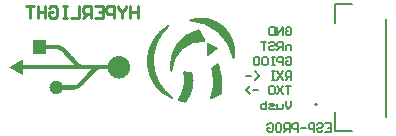
<source format=gbo>
G04*
G04 #@! TF.GenerationSoftware,Altium Limited,Altium Designer,21.6.1 (37)*
G04*
G04 Layer_Color=32896*
%FSLAX44Y44*%
%MOMM*%
G71*
G04*
G04 #@! TF.SameCoordinates,433EC3A0-72F9-41F9-BABD-52A87CDF1033*
G04*
G04*
G04 #@! TF.FilePolarity,Positive*
G04*
G01*
G75*
%ADD10C,0.2000*%
%ADD12C,0.1270*%
%ADD13C,0.2500*%
%ADD14C,0.1700*%
G36*
X837279Y473220D02*
X837279Y473220D01*
X837279Y473220D01*
X837279D01*
D02*
G37*
G36*
X845263Y463504D02*
X846164Y461160D01*
X847332Y458938D01*
X848753Y456868D01*
X849551Y455898D01*
X849551D01*
X849551D01*
D01*
X847785Y455942D01*
X844265Y455677D01*
X840810Y454950D01*
X837482Y453772D01*
X834339Y452165D01*
X831436Y450156D01*
X828823Y447781D01*
X826548Y445081D01*
X824650Y442105D01*
X823161Y438903D01*
X822110Y435533D01*
X821512Y432054D01*
X821388Y430292D01*
X821388Y430292D01*
X821388D01*
Y430292D01*
X821046Y432190D01*
X820859Y436042D01*
X821171Y439886D01*
X821978Y443657D01*
X823265Y447293D01*
X825012Y450731D01*
X827188Y453915D01*
X829758Y456790D01*
X832678Y459310D01*
X835899Y461430D01*
X839367Y463117D01*
X843025Y464341D01*
X844917Y464711D01*
X844917Y464711D01*
X845263Y463504D01*
D02*
G37*
G36*
X852199Y453348D02*
X853060Y452686D01*
X854876Y451496D01*
X856804Y450497D01*
X858823Y449697D01*
X859860Y449375D01*
X852199Y443787D01*
Y453348D01*
X852199Y453348D01*
X852199D01*
Y453348D01*
D02*
G37*
G36*
X849396Y474623D02*
X854222Y473663D01*
X858810Y471885D01*
X863024Y469344D01*
X866735Y466113D01*
X869835Y462292D01*
X872229Y457993D01*
X873847Y453346D01*
X874639Y448490D01*
X874583Y443569D01*
X874130Y441151D01*
X873651Y443289D01*
X872341Y447471D01*
X870580Y451483D01*
X868388Y455276D01*
X865792Y458806D01*
X862823Y462028D01*
X859518Y464904D01*
X855916Y467399D01*
X852062Y469483D01*
X848002Y471130D01*
X843785Y472321D01*
X839463Y473040D01*
X837279Y473220D01*
X839612Y474002D01*
X844477Y474737D01*
X849396Y474623D01*
D02*
G37*
G36*
X715478Y452187D02*
X726159D01*
Y451960D01*
X727068D01*
Y451732D01*
X727523D01*
Y451505D01*
X728205D01*
Y451278D01*
X728659D01*
Y451050D01*
X729114D01*
Y450823D01*
X729568D01*
Y450596D01*
X729796D01*
Y450369D01*
X730250D01*
Y450141D01*
X730477D01*
Y449914D01*
X730704D01*
Y449687D01*
X730932D01*
Y449460D01*
X731159D01*
Y449232D01*
X731614D01*
Y448778D01*
X731841D01*
Y448551D01*
X732068D01*
Y448323D01*
X732295D01*
Y448096D01*
X732523D01*
Y447869D01*
X732750D01*
Y447642D01*
X732977D01*
Y447414D01*
X733204D01*
Y447187D01*
X733432D01*
Y446960D01*
X733659D01*
Y446732D01*
X733886D01*
Y446505D01*
X734113D01*
Y446278D01*
X734341D01*
Y446051D01*
X734568D01*
Y445824D01*
X734795D01*
Y445596D01*
X735023D01*
Y445369D01*
X735250D01*
Y445142D01*
X735477D01*
Y444914D01*
X735704D01*
Y444460D01*
X735932D01*
Y444233D01*
X736159D01*
Y444005D01*
X736386D01*
Y443778D01*
X736613D01*
Y443551D01*
X736841D01*
Y443324D01*
X737068D01*
Y443096D01*
X737295D01*
Y442869D01*
X737522D01*
Y442642D01*
X737750D01*
Y442415D01*
X737977D01*
Y442187D01*
X738204D01*
Y441960D01*
X738431D01*
Y441733D01*
X738659D01*
Y441506D01*
X738886D01*
Y441278D01*
X739113D01*
Y441051D01*
X739341D01*
Y440824D01*
X739568D01*
Y440596D01*
X739795D01*
Y440142D01*
X740022D01*
Y439915D01*
X740250D01*
Y439687D01*
X740477D01*
Y439460D01*
X740704D01*
Y439233D01*
X740931D01*
Y439006D01*
X741159D01*
Y438778D01*
X741386D01*
Y438551D01*
X741613D01*
Y438324D01*
X741840D01*
Y438097D01*
X742068D01*
Y437869D01*
X742295D01*
Y437642D01*
X742522D01*
Y437415D01*
X742749D01*
Y437188D01*
X742977D01*
Y436960D01*
X743204D01*
Y436733D01*
X743431D01*
Y436506D01*
X743659D01*
Y436278D01*
X743886D01*
Y436051D01*
X744340D01*
Y435824D01*
X744795D01*
Y435597D01*
X745477D01*
Y435369D01*
X746386D01*
Y435142D01*
X767748D01*
Y435824D01*
X767976D01*
Y436506D01*
X768203D01*
Y437188D01*
X768430D01*
Y437642D01*
X768658D01*
Y438097D01*
X768885D01*
Y438324D01*
X769112D01*
Y438778D01*
X769339D01*
Y439006D01*
X769566D01*
Y439233D01*
X769794D01*
Y439687D01*
X770021D01*
Y439915D01*
X770248D01*
Y440142D01*
X770476D01*
Y440369D01*
X770703D01*
Y440596D01*
X771157D01*
Y440824D01*
X771385D01*
Y441051D01*
X771612D01*
Y441278D01*
X772066D01*
Y441506D01*
X772294D01*
Y441733D01*
X772748D01*
Y441960D01*
X773430D01*
Y442187D01*
X773885D01*
Y442415D01*
X774566D01*
Y442642D01*
X775930D01*
Y442869D01*
X778203D01*
Y442642D01*
X779339D01*
Y442415D01*
X780021D01*
Y442187D01*
X780702D01*
Y441960D01*
X781157D01*
Y441733D01*
X781611D01*
Y441506D01*
X782066D01*
Y441278D01*
X782293D01*
Y441051D01*
X782748D01*
Y440824D01*
X782975D01*
Y440596D01*
X783202D01*
Y440369D01*
X783430D01*
Y440142D01*
X783657D01*
Y439915D01*
X783884D01*
Y439687D01*
X784111D01*
Y439460D01*
X784339D01*
Y439233D01*
X784566D01*
Y439006D01*
X784793D01*
Y438551D01*
X785020D01*
Y438324D01*
X785248D01*
Y437869D01*
X785475D01*
Y437415D01*
X785702D01*
Y436960D01*
X785929D01*
Y436278D01*
X786157D01*
Y435369D01*
X786384D01*
Y433778D01*
X786611D01*
Y432869D01*
X786384D01*
Y431279D01*
X786157D01*
Y430370D01*
X785929D01*
Y429688D01*
X785702D01*
Y429233D01*
X785475D01*
Y428779D01*
X785248D01*
Y428324D01*
X785020D01*
Y428097D01*
X784793D01*
Y427642D01*
X784566D01*
Y427415D01*
X784339D01*
Y427188D01*
X784111D01*
Y426961D01*
X783884D01*
Y426733D01*
X783657D01*
Y426506D01*
X783430D01*
Y426279D01*
X783202D01*
Y426052D01*
X782975D01*
Y425824D01*
X782748D01*
Y425597D01*
X782293D01*
Y425370D01*
X782066D01*
Y425143D01*
X781611D01*
Y424915D01*
X781157D01*
Y424688D01*
X780702D01*
Y424461D01*
X780021D01*
Y424234D01*
X779339D01*
Y424006D01*
X777975D01*
Y423779D01*
X775930D01*
Y424006D01*
X774794D01*
Y424234D01*
X773885D01*
Y424461D01*
X773430D01*
Y424688D01*
X772748D01*
Y424915D01*
X772521D01*
Y425143D01*
X772066D01*
Y425370D01*
X771612D01*
Y425597D01*
X771385D01*
Y425824D01*
X771157D01*
Y426052D01*
X770703D01*
Y426279D01*
X770476D01*
Y426506D01*
X770248D01*
Y426733D01*
X770021D01*
Y426961D01*
X769794D01*
Y427415D01*
X769566D01*
Y427642D01*
X769339D01*
Y427870D01*
X769112D01*
Y428324D01*
X768885D01*
Y428551D01*
X768658D01*
Y429006D01*
X768430D01*
Y429460D01*
X768203D01*
Y430142D01*
X767976D01*
Y430824D01*
X767748D01*
Y431506D01*
X760476D01*
Y431279D01*
X759567D01*
Y431051D01*
X758885D01*
Y430824D01*
X758431D01*
Y430597D01*
X758203D01*
Y430370D01*
X757749D01*
Y430142D01*
X757522D01*
Y429915D01*
X757294D01*
Y429688D01*
X757067D01*
Y429460D01*
X756840D01*
Y429233D01*
X756612D01*
Y429006D01*
X756385D01*
Y428779D01*
X756158D01*
Y428551D01*
X755931D01*
Y428097D01*
X755704D01*
Y427870D01*
X755476D01*
Y427642D01*
X755249D01*
Y427415D01*
X755022D01*
Y427188D01*
X754794D01*
Y426961D01*
X754567D01*
Y426733D01*
X754340D01*
Y426506D01*
X754113D01*
Y426279D01*
X753885D01*
Y426052D01*
X753658D01*
Y425824D01*
X753431D01*
Y425597D01*
X753204D01*
Y425370D01*
X752976D01*
Y425143D01*
X752749D01*
Y424915D01*
X752522D01*
Y424688D01*
X752294D01*
Y424461D01*
X752067D01*
Y424234D01*
X751840D01*
Y423779D01*
X751613D01*
Y423552D01*
X751385D01*
Y423324D01*
X751158D01*
Y423097D01*
X750931D01*
Y422870D01*
X750704D01*
Y422643D01*
X750476D01*
Y422415D01*
X750249D01*
Y422188D01*
X750022D01*
Y421961D01*
X749795D01*
Y421734D01*
X749567D01*
Y421506D01*
X749340D01*
Y421279D01*
X749113D01*
Y421052D01*
X748886D01*
Y420825D01*
X748658D01*
Y420597D01*
X748431D01*
Y420370D01*
X748204D01*
Y420143D01*
X747977D01*
Y419916D01*
X747749D01*
Y419461D01*
X747522D01*
Y419234D01*
X747295D01*
Y419006D01*
X747067D01*
Y418779D01*
X746840D01*
Y418552D01*
X746613D01*
Y418325D01*
X746386D01*
Y418097D01*
X746158D01*
Y417870D01*
X745931D01*
Y417643D01*
X745704D01*
Y417416D01*
X745477D01*
Y417188D01*
X745249D01*
Y416961D01*
X745022D01*
Y416734D01*
X744568D01*
Y416507D01*
X744340D01*
Y416279D01*
X744113D01*
Y416052D01*
X743659D01*
Y415825D01*
X743204D01*
Y415597D01*
X742749D01*
Y415370D01*
X742295D01*
Y415143D01*
X741840D01*
Y414916D01*
X741159D01*
Y414688D01*
X740250D01*
Y414461D01*
X729341D01*
Y414234D01*
X729114D01*
Y413779D01*
X728886D01*
Y413325D01*
X728659D01*
Y412870D01*
X728432D01*
Y412643D01*
X728205D01*
Y412416D01*
X727977D01*
Y412188D01*
X727750D01*
Y411961D01*
X727523D01*
Y411734D01*
X727296D01*
Y411507D01*
X726841D01*
Y411279D01*
X726386D01*
Y411052D01*
X725932D01*
Y410825D01*
X725023D01*
Y410598D01*
X722750D01*
Y410825D01*
X722068D01*
Y411052D01*
X721387D01*
Y411279D01*
X720932D01*
Y411507D01*
X720705D01*
Y411734D01*
X720478D01*
Y411961D01*
X720023D01*
Y412188D01*
X719796D01*
Y412643D01*
X719569D01*
Y412870D01*
X719341D01*
Y413098D01*
X719114D01*
Y413552D01*
X718887D01*
Y414007D01*
X718660D01*
Y414461D01*
X718432D01*
Y415597D01*
X718205D01*
Y416961D01*
X718432D01*
Y418097D01*
X718660D01*
Y418552D01*
X718887D01*
Y419006D01*
X719114D01*
Y419461D01*
X719341D01*
Y419688D01*
X719569D01*
Y419916D01*
X719796D01*
Y420370D01*
X720250D01*
Y420597D01*
X720478D01*
Y420825D01*
X720705D01*
Y421052D01*
X721160D01*
Y421279D01*
X721387D01*
Y421506D01*
X722068D01*
Y421734D01*
X722750D01*
Y421961D01*
X725023D01*
Y421734D01*
X725932D01*
Y421506D01*
X726386D01*
Y421279D01*
X726841D01*
Y421052D01*
X727296D01*
Y420825D01*
X727523D01*
Y420597D01*
X727750D01*
Y420370D01*
X727977D01*
Y420143D01*
X728205D01*
Y419916D01*
X728432D01*
Y419688D01*
X728659D01*
Y419234D01*
X728886D01*
Y418779D01*
X729114D01*
Y418325D01*
X729341D01*
Y418097D01*
X739341D01*
Y418325D01*
X740477D01*
Y418552D01*
X740931D01*
Y418779D01*
X741386D01*
Y419006D01*
X741840D01*
Y419234D01*
X742068D01*
Y419461D01*
X742295D01*
Y419688D01*
X742522D01*
Y419916D01*
X742749D01*
Y420143D01*
X742977D01*
Y420370D01*
X743204D01*
Y420597D01*
X743431D01*
Y420825D01*
X743659D01*
Y421052D01*
X743886D01*
Y421279D01*
X744113D01*
Y421506D01*
X744340D01*
Y421734D01*
X744568D01*
Y421961D01*
X744795D01*
Y422188D01*
X745022D01*
Y422415D01*
X745249D01*
Y422643D01*
X745477D01*
Y422870D01*
X745704D01*
Y423097D01*
X745931D01*
Y423324D01*
X746158D01*
Y423552D01*
X746386D01*
Y424006D01*
X746613D01*
Y424234D01*
X746840D01*
Y424461D01*
X747067D01*
Y424688D01*
X747295D01*
Y424915D01*
X747522D01*
Y425143D01*
X747749D01*
Y425370D01*
X747977D01*
Y425597D01*
X748204D01*
Y425824D01*
X748431D01*
Y426052D01*
X748658D01*
Y426279D01*
X748886D01*
Y426506D01*
X749113D01*
Y426733D01*
X749340D01*
Y426961D01*
X749567D01*
Y427188D01*
X749795D01*
Y427415D01*
X750022D01*
Y427642D01*
X750249D01*
Y428097D01*
X750476D01*
Y428324D01*
X750704D01*
Y428551D01*
X750931D01*
Y428779D01*
X751158D01*
Y429006D01*
X751385D01*
Y429233D01*
X751613D01*
Y429460D01*
X751840D01*
Y429688D01*
X752067D01*
Y429915D01*
X752294D01*
Y430142D01*
X752522D01*
Y430370D01*
X752749D01*
Y430597D01*
X752976D01*
Y430824D01*
X753204D01*
Y431051D01*
X753431D01*
Y431506D01*
X695479D01*
Y426961D01*
X695024D01*
Y427188D01*
X694570D01*
Y427415D01*
X694115D01*
Y427642D01*
X693888D01*
Y427870D01*
X693433D01*
Y428097D01*
X692979D01*
Y428324D01*
X692524D01*
Y428551D01*
X692297D01*
Y428779D01*
X691842D01*
Y429006D01*
X691388D01*
Y429233D01*
X690934D01*
Y429460D01*
X690706D01*
Y429688D01*
X690252D01*
Y429915D01*
X689797D01*
Y430142D01*
X689570D01*
Y430370D01*
X689115D01*
Y430597D01*
X688661D01*
Y430824D01*
X688206D01*
Y431051D01*
X687979D01*
Y431279D01*
X687524D01*
Y431506D01*
X687070D01*
Y431733D01*
X686616D01*
Y431960D01*
X686388D01*
Y432188D01*
X685934D01*
Y432415D01*
X685479D01*
Y432642D01*
X685025D01*
Y432869D01*
X684797D01*
Y433097D01*
X684343D01*
Y433551D01*
X684797D01*
Y433778D01*
X685025D01*
Y434006D01*
X685479D01*
Y434233D01*
X685934D01*
Y434460D01*
X686388D01*
Y434688D01*
X686616D01*
Y434915D01*
X687070D01*
Y435142D01*
X687524D01*
Y435369D01*
X687979D01*
Y435597D01*
X688206D01*
Y435824D01*
X688661D01*
Y436051D01*
X689115D01*
Y436278D01*
X689343D01*
Y436506D01*
X689797D01*
Y436733D01*
X690252D01*
Y436960D01*
X690706D01*
Y437188D01*
X690934D01*
Y437415D01*
X691388D01*
Y437642D01*
X691842D01*
Y437869D01*
X692070D01*
Y438097D01*
X692524D01*
Y438324D01*
X692979D01*
Y438551D01*
X693433D01*
Y438778D01*
X693888D01*
Y439006D01*
X694115D01*
Y439233D01*
X694570D01*
Y439460D01*
X695024D01*
Y439687D01*
X695251D01*
Y439915D01*
X695479D01*
Y435142D01*
X739341D01*
Y435369D01*
X739113D01*
Y435597D01*
X738886D01*
Y435824D01*
X738659D01*
Y436051D01*
X738431D01*
Y436278D01*
X738204D01*
Y436733D01*
X737977D01*
Y436960D01*
X737750D01*
Y437188D01*
X737522D01*
Y437415D01*
X737295D01*
Y437642D01*
X737068D01*
Y437869D01*
X736841D01*
Y438097D01*
X736613D01*
Y438324D01*
X736386D01*
Y438551D01*
X736159D01*
Y438778D01*
X735932D01*
Y439006D01*
X735704D01*
Y439233D01*
X735477D01*
Y439460D01*
X735250D01*
Y439687D01*
X735023D01*
Y439915D01*
X734795D01*
Y440142D01*
X734568D01*
Y440369D01*
X734341D01*
Y440824D01*
X734113D01*
Y441051D01*
X733886D01*
Y441278D01*
X733659D01*
Y441506D01*
X733432D01*
Y441733D01*
X733204D01*
Y441960D01*
X732977D01*
Y442187D01*
X732750D01*
Y442415D01*
X732523D01*
Y442642D01*
X732295D01*
Y442869D01*
X732068D01*
Y443096D01*
X731841D01*
Y443324D01*
X731614D01*
Y443551D01*
X731386D01*
Y443778D01*
X731159D01*
Y444005D01*
X730932D01*
Y444233D01*
X730704D01*
Y444460D01*
X730477D01*
Y444687D01*
X730250D01*
Y445142D01*
X730023D01*
Y445369D01*
X729796D01*
Y445596D01*
X729568D01*
Y445824D01*
X729341D01*
Y446051D01*
X729114D01*
Y446278D01*
X728886D01*
Y446505D01*
X728659D01*
Y446732D01*
X728432D01*
Y446960D01*
X728205D01*
Y447187D01*
X727977D01*
Y447414D01*
X727523D01*
Y447642D01*
X727296D01*
Y447869D01*
X726841D01*
Y448096D01*
X726159D01*
Y448323D01*
X725250D01*
Y448551D01*
X715478D01*
Y444687D01*
X704115D01*
Y456050D01*
X715478D01*
Y452187D01*
D02*
G37*
G36*
X860932Y435951D02*
X862084Y433005D01*
X863523Y426843D01*
X864067Y420538D01*
X863704Y414221D01*
X863073Y411120D01*
X862126Y410486D01*
X860167Y409318D01*
X858150Y408256D01*
X856079Y407303D01*
X855020Y406881D01*
X855642Y408417D01*
X856671Y411567D01*
X857404Y414798D01*
X857836Y418083D01*
X857962Y421394D01*
X857782Y424702D01*
X857297Y427980D01*
X856511Y431198D01*
X856007Y432777D01*
X856007Y432777D01*
X856007Y432777D01*
D01*
X856650Y433130D01*
X857914Y433873D01*
X859146Y434668D01*
X860345Y435512D01*
X860932Y435951D01*
Y435951D01*
D02*
G37*
G36*
X832218Y429129D02*
D01*
Y429129D01*
Y429129D01*
D02*
G37*
G36*
X816953Y466389D02*
X813186Y461885D01*
X810136Y456866D01*
X807874Y451448D01*
X806449Y445751D01*
X805895Y439905D01*
X806223Y434042D01*
X807426Y428295D01*
X809478Y422793D01*
X812331Y417660D01*
X815921Y413014D01*
X820167Y408958D01*
X822507Y407181D01*
X821364Y407660D01*
X819136Y408749D01*
X816974Y409964D01*
X814886Y411302D01*
X813883Y412030D01*
X811752Y413811D01*
X808118Y418011D01*
X805204Y422739D01*
X803086Y427873D01*
X801819Y433280D01*
X801435Y438821D01*
X801945Y444352D01*
X803335Y449729D01*
X805569Y454813D01*
X808590Y459474D01*
X812319Y463590D01*
X816659Y467054D01*
X819079Y468416D01*
X819079D01*
X816953Y466389D01*
D02*
G37*
G36*
X832984Y428993D02*
X834523Y428770D01*
X836070Y428613D01*
X837623Y428522D01*
X838400Y428502D01*
X838839Y426948D01*
X839334Y423756D01*
X839439Y420527D01*
X839150Y417310D01*
X838474Y414151D01*
X837420Y411098D01*
X836003Y408195D01*
X834245Y405486D01*
X833208Y404248D01*
Y404247D01*
X832461Y404351D01*
X830975Y404611D01*
X829500Y404923D01*
X828036Y405286D01*
X827311Y405494D01*
Y405494D01*
X828224Y406759D01*
X829830Y409433D01*
X831126Y412270D01*
X832098Y415234D01*
X832732Y418288D01*
X833021Y421394D01*
X832961Y424513D01*
X832552Y427605D01*
X832218Y429129D01*
X832984Y428993D01*
D02*
G37*
D10*
X944870Y401820D02*
G03*
X944870Y401820I-1000J0D01*
G01*
D12*
X833208Y404248D02*
G03*
X838400Y428502I-20342J17038D01*
G01*
X832218Y429129D02*
G03*
X838400Y428502I6727J35526D01*
G01*
X827311Y405494D02*
G03*
X833208Y404248I11819J41343D01*
G01*
X827311Y405494D02*
G03*
X832218Y429129I-22129J16922D01*
G01*
X863073Y411120D02*
G03*
X860932Y435951I-43159J8786D01*
G01*
X855020Y406881D02*
G03*
X856007Y432777I-32874J14220D01*
G01*
X856007D02*
G03*
X860932Y435951I-17062J31878D01*
G01*
X855020Y406881D02*
G03*
X863073Y411120I-15890J39956D01*
G01*
X813883Y412030D02*
G03*
X822507Y407181I25247J34807D01*
G01*
X819079Y468416D02*
G03*
X822507Y407181I25866J-29266D01*
G01*
X819079Y468416D02*
G03*
X813883Y412030I16876J-29988D01*
G01*
X874130Y441151D02*
G03*
X837279Y473220I-39024J-7636D01*
G01*
X874130Y441151D02*
G03*
X837279Y473220I-27850J5205D01*
G01*
X852199Y453348D02*
G03*
X859860Y449375I13504J16668D01*
G01*
X844917Y464711D02*
G03*
X849551Y455898I20786J5304D01*
G01*
X844917Y464711D02*
G03*
X821388Y430292I5706J-29153D01*
G01*
X849551Y455898D02*
G03*
X821388Y430292I-1535J-26603D01*
G01*
X852199Y443787D02*
X859860Y449375D01*
X852199Y443787D02*
Y453348D01*
X1002870Y391570D02*
Y474570D01*
X960370Y379320D02*
X974670D01*
X960370D02*
Y395570D01*
Y470570D02*
Y486820D01*
X974670D01*
D13*
X793176Y484937D02*
Y474940D01*
Y479938D01*
X786512D01*
Y484937D01*
Y474940D01*
X783179Y484937D02*
Y483271D01*
X779847Y479938D01*
X776515Y483271D01*
Y484937D01*
X779847Y479938D02*
Y474940D01*
X773183D02*
Y484937D01*
X768184D01*
X766518Y483271D01*
Y479938D01*
X768184Y478272D01*
X773183D01*
X756521Y484937D02*
X763186D01*
Y474940D01*
X756521D01*
X763186Y479938D02*
X759853D01*
X753189Y474940D02*
Y484937D01*
X748191D01*
X746524Y483271D01*
Y479938D01*
X748191Y478272D01*
X753189D01*
X749857D02*
X746524Y474940D01*
X743192Y484937D02*
Y474940D01*
X736528D01*
X733195Y484937D02*
X729863D01*
X731529D01*
Y474940D01*
X733195D01*
X729863D01*
X718200Y483271D02*
X719866Y484937D01*
X723199D01*
X724865Y483271D01*
Y476606D01*
X723199Y474940D01*
X719866D01*
X718200Y476606D01*
Y479938D01*
X721533D01*
X714868Y484937D02*
Y474940D01*
Y479938D01*
X708203D01*
Y484937D01*
Y474940D01*
X704871Y484937D02*
X698207D01*
X701539D01*
Y474940D01*
D14*
X918195Y466158D02*
X919361Y467324D01*
X921694D01*
X922860Y466158D01*
Y461493D01*
X921694Y460326D01*
X919361D01*
X918195Y461493D01*
Y463825D01*
X920527D01*
X915862Y460326D02*
Y467324D01*
X911197Y460326D01*
Y467324D01*
X908865D02*
Y460326D01*
X905366D01*
X904199Y461493D01*
Y466158D01*
X905366Y467324D01*
X908865D01*
X922860Y447849D02*
Y452514D01*
X919361D01*
X918195Y451348D01*
Y447849D01*
X915862D02*
Y454847D01*
X912363D01*
X911197Y453680D01*
Y451348D01*
X912363Y450182D01*
X915862D01*
X913530D02*
X911197Y447849D01*
X904199Y453680D02*
X905366Y454847D01*
X907698D01*
X908865Y453680D01*
Y452514D01*
X907698Y451348D01*
X905366D01*
X904199Y450182D01*
Y449015D01*
X905366Y447849D01*
X907698D01*
X908865Y449015D01*
X901867Y454847D02*
X897202D01*
X899534D01*
Y447849D01*
X918195Y441203D02*
X919361Y442369D01*
X921694D01*
X922860Y441203D01*
Y436538D01*
X921694Y435372D01*
X919361D01*
X918195Y436538D01*
Y438871D01*
X920527D01*
X915862Y435372D02*
Y442369D01*
X912363D01*
X911197Y441203D01*
Y438871D01*
X912363Y437704D01*
X915862D01*
X908865Y442369D02*
X906532D01*
X907698D01*
Y435372D01*
X908865D01*
X906532D01*
X899534Y442369D02*
X901867D01*
X903033Y441203D01*
Y436538D01*
X901867Y435372D01*
X899534D01*
X898368Y436538D01*
Y441203D01*
X899534Y442369D01*
X896035Y441203D02*
X894869Y442369D01*
X892536D01*
X891370Y441203D01*
Y436538D01*
X892536Y435372D01*
X894869D01*
X896035Y436538D01*
Y441203D01*
X922860Y422895D02*
Y429892D01*
X919361D01*
X918195Y428726D01*
Y426393D01*
X919361Y425227D01*
X922860D01*
X920527D02*
X918195Y422895D01*
X915862Y429892D02*
X911197Y422895D01*
Y429892D02*
X915862Y422895D01*
X908865Y429892D02*
X906532D01*
X907698D01*
Y422895D01*
X908865D01*
X906532D01*
X892536D02*
X896035Y426393D01*
X892536Y429892D01*
X889038Y426393D02*
X884372D01*
X922860Y417415D02*
X918195D01*
X920527D01*
Y410417D01*
X915862Y417415D02*
X911197Y410417D01*
Y417415D02*
X915862Y410417D01*
X905366Y417415D02*
X907698D01*
X908865Y416249D01*
Y411584D01*
X907698Y410417D01*
X905366D01*
X904199Y411584D01*
Y416249D01*
X905366Y417415D01*
X894869Y413916D02*
X890204D01*
X887871Y410417D02*
X884372Y413916D01*
X887871Y417415D01*
X922860Y404938D02*
Y400273D01*
X920527Y397940D01*
X918195Y400273D01*
Y404938D01*
X915862Y402605D02*
Y399106D01*
X914696Y397940D01*
X911197D01*
Y402605D01*
X908865Y397940D02*
X905366D01*
X904199Y399106D01*
X905366Y400273D01*
X907698D01*
X908865Y401439D01*
X907698Y402605D01*
X904199D01*
X901867Y404938D02*
Y397940D01*
X898368D01*
X897202Y399106D01*
Y400273D01*
Y401439D01*
X898368Y402605D01*
X901867D01*
X951799Y385769D02*
X956465D01*
Y378771D01*
X951799D01*
X956465Y382270D02*
X954132D01*
X944802Y384603D02*
X945968Y385769D01*
X948301D01*
X949467Y384603D01*
Y383436D01*
X948301Y382270D01*
X945968D01*
X944802Y381104D01*
Y379937D01*
X945968Y378771D01*
X948301D01*
X949467Y379937D01*
X942469Y378771D02*
Y385769D01*
X938970D01*
X937804Y384603D01*
Y382270D01*
X938970Y381104D01*
X942469D01*
X935471Y382270D02*
X930806D01*
X928474Y378771D02*
Y385769D01*
X924975D01*
X923809Y384603D01*
Y382270D01*
X924975Y381104D01*
X928474D01*
X921476Y378771D02*
Y385769D01*
X917977D01*
X916811Y384603D01*
Y382270D01*
X917977Y381104D01*
X921476D01*
X919143D02*
X916811Y378771D01*
X910979Y385769D02*
X913312D01*
X914478Y384603D01*
Y379937D01*
X913312Y378771D01*
X910979D01*
X909813Y379937D01*
Y384603D01*
X910979Y385769D01*
X902815Y384603D02*
X903982Y385769D01*
X906314D01*
X907480Y384603D01*
Y379937D01*
X906314Y378771D01*
X903982D01*
X902815Y379937D01*
Y382270D01*
X905148D01*
M02*

</source>
